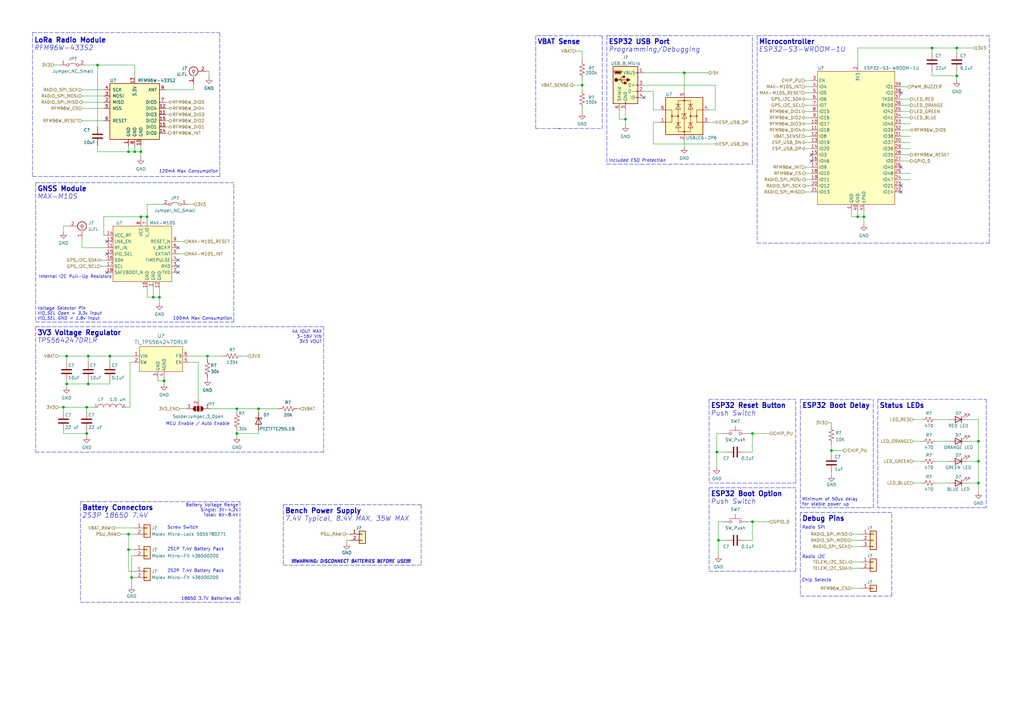
<source format=kicad_sch>
(kicad_sch (version 20211123) (generator eeschema)
  (paper "A3")
  (junction (at 392.43 19.685))
  (junction (at 65.405 121.92))
  (junction (at 280.67 29.845))
  (junction (at 52.705 62.23))
  (junction (at 256.54 48.895))
  (junction (at 308.61 213.995))
  (junction (at 351.79 88.9))
  (junction (at 35.56 167.005))
  (junction (at 53.975 236.855))
  (junction (at 67.31 156.21))
  (junction (at 52.705 225.425))
  (junction (at 55.245 62.23))
  (junction (at 57.785 88.9))
  (junction (at 401.32 180.975))
  (junction (at 26.035 167.005))
  (junction (at 97.155 167.64))
  (junction (at 401.32 198.12))
  (junction (at 60.325 88.9))
  (junction (at 308.61 177.8))
  (junction (at 340.995 184.785))
  (junction (at 382.27 19.685))
  (junction (at -161.29 285.115))
  (junction (at 35.56 177.8))
  (junction (at 62.865 121.92))
  (junction (at 106.045 167.64))
  (junction (at 36.195 146.05))
  (junction (at 36.195 157.48))
  (junction (at 27.305 146.05))
  (junction (at 52.705 219.075))
  (junction (at 97.155 177.8))
  (junction (at 57.785 62.23))
  (junction (at 40.005 26.67))
  (junction (at 401.32 189.23))
  (junction (at 45.085 146.05))
  (junction (at 238.76 34.925))
  (junction (at 85.09 146.05))
  (junction (at 27.305 157.48))
  (junction (at 392.43 31.115))
  (junction (at 294.005 185.42))
  (junction (at 294.64 221.615))
  (junction (at 354.33 88.9))
  (junction (at -138.43 270.51))
  (no_connect (at 43.815 111.76))
  (no_connect (at 369.57 68.58))
  (no_connect (at 73.025 109.22))
  (no_connect (at 369.57 38.1))
  (no_connect (at 369.57 76.2))
  (no_connect (at 332.74 66.04))
  (no_connect (at 332.74 63.5))
  (no_connect (at 369.57 78.74))
  (no_connect (at 43.815 99.06))
  (no_connect (at 264.16 40.005))
  (no_connect (at 43.815 104.14))
  (no_connect (at 73.025 106.68))
  (no_connect (at 73.025 101.6))
  (no_connect (at 73.025 111.76))
  (polyline (pts (xy 290.83 200.025) (xy 326.39 200.025)))
  (polyline (pts (xy 14.605 133.985) (xy 132.715 133.985)))
  (polyline (pts (xy 14.605 74.93) (xy 14.605 132.08)))
  (polyline (pts (xy 365.76 210.185) (xy 328.295 210.185)))
  (wire (pts (xy 65.405 121.92) (xy 65.405 124.46)))
  (wire (pts (xy 374.65 198.12) (xy 378.46 198.12)))
  (wire (pts (xy 85.09 146.05) (xy 85.09 147.32)))
  (wire (pts (xy -151.13 270.51) (xy -138.43 270.51)))
  (wire (pts (xy 36.195 146.05) (xy 45.085 146.05)))
  (wire (pts (xy 296.545 177.8) (xy 294.005 177.8)))
  (wire (pts (xy 401.32 172.085) (xy 401.32 180.975)))
  (polyline (pts (xy 365.76 244.475) (xy 365.76 210.185)))
  (wire (pts (xy 290.83 50.165) (xy 293.37 50.165)))
  (wire (pts (xy 374.65 172.085) (xy 378.46 172.085)))
  (polyline (pts (xy 360.045 163.83) (xy 404.495 163.83)))
  (polyline (pts (xy 219.71 14.605) (xy 219.71 52.705)))
  (wire (pts (xy 85.725 31.75) (xy 85.725 29.21)))
  (wire (pts (xy 340.995 184.785) (xy 340.995 186.055)))
  (wire (pts (xy 85.09 146.05) (xy 91.44 146.05)))
  (wire (pts (xy 40.005 59.69) (xy 40.005 62.23)))
  (wire (pts (xy 35.56 168.91) (xy 35.56 167.005)))
  (wire (pts (xy 270.51 45.085) (xy 267.97 45.085)))
  (wire (pts (xy 294.64 221.615) (xy 294.64 227.965)))
  (wire (pts (xy 280.67 29.845) (xy 290.83 29.845)))
  (wire (pts (xy 330.2 45.72) (xy 332.74 45.72)))
  (wire (pts (xy 382.27 31.115) (xy 392.43 31.115)))
  (polyline (pts (xy 33.02 205.74) (xy 98.425 205.74)))
  (wire (pts (xy 60.325 121.92) (xy 62.865 121.92)))
  (wire (pts (xy 294.005 185.42) (xy 297.815 185.42)))
  (wire (pts (xy 53.34 167.005) (xy 51.435 167.005)))
  (wire (pts (xy 67.945 54.61) (xy 69.215 54.61)))
  (polyline (pts (xy 310.515 14.605) (xy 310.515 99.695)))
  (wire (pts (xy 374.65 180.975) (xy 378.46 180.975)))
  (wire (pts (xy 53.34 148.59) (xy 54.61 148.59)))
  (wire (pts (xy 35.56 179.07) (xy 35.56 177.8)))
  (wire (pts (xy 106.045 168.91) (xy 106.045 167.64)))
  (wire (pts (xy 349.25 230.505) (xy 353.06 230.505)))
  (wire (pts (xy 369.57 53.34) (xy 373.38 53.34)))
  (wire (pts (xy 67.945 36.83) (xy 79.375 36.83)))
  (wire (pts (xy 26.035 92.71) (xy 28.575 92.71)))
  (wire (pts (xy 238.76 34.925) (xy 238.76 36.83)))
  (wire (pts (xy 40.005 26.67) (xy 55.245 26.67)))
  (wire (pts (xy -148.59 266.065) (xy -148.59 275.59)))
  (wire (pts (xy 26.035 167.005) (xy 35.56 167.005)))
  (wire (pts (xy 396.875 189.23) (xy 401.32 189.23)))
  (wire (pts (xy 106.045 177.8) (xy 97.155 177.8)))
  (wire (pts (xy 53.975 227.965) (xy 55.245 227.965)))
  (wire (pts (xy 85.09 155.575) (xy 85.09 154.94)))
  (wire (pts (xy 382.27 29.21) (xy 382.27 31.115)))
  (wire (pts (xy 294.64 213.995) (xy 294.64 221.615)))
  (wire (pts (xy 52.705 62.23) (xy 55.245 62.23)))
  (wire (pts (xy 280.67 57.785) (xy 280.67 60.325)))
  (wire (pts (xy -175.895 275.59) (xy -171.45 275.59)))
  (wire (pts (xy 349.25 241.3) (xy 353.06 241.3)))
  (polyline (pts (xy 404.495 163.83) (xy 404.495 208.28)))
  (wire (pts (xy 392.43 19.685) (xy 392.43 21.59)))
  (wire (pts (xy 24.13 167.005) (xy 26.035 167.005)))
  (wire (pts (xy 41.275 109.22) (xy 43.815 109.22)))
  (polyline (pts (xy 328.295 163.83) (xy 328.295 208.28)))
  (wire (pts (xy 97.155 168.91) (xy 97.155 167.64)))
  (wire (pts (xy 33.655 39.37) (xy 42.545 39.37)))
  (wire (pts (xy 330.2 48.26) (xy 332.74 48.26)))
  (polyline (pts (xy 290.83 163.83) (xy 326.39 163.83)))
  (polyline (pts (xy 290.83 163.83) (xy 290.83 198.12)))
  (wire (pts (xy 308.61 213.995) (xy 315.595 213.995)))
  (wire (pts (xy 392.43 31.115) (xy 392.43 29.21)))
  (wire (pts (xy 351.79 19.685) (xy 382.27 19.685)))
  (wire (pts (xy 57.785 88.9) (xy 60.325 88.9)))
  (wire (pts (xy 22.225 26.67) (xy 24.765 26.67)))
  (wire (pts (xy 26.035 176.53) (xy 26.035 177.8)))
  (wire (pts (xy 330.2 73.66) (xy 332.74 73.66)))
  (polyline (pts (xy 360.045 163.83) (xy 360.045 208.28)))
  (wire (pts (xy 340.995 173.355) (xy 340.995 174.625)))
  (wire (pts (xy 53.975 236.855) (xy 53.975 227.965)))
  (wire (pts (xy 234.95 34.925) (xy 238.76 34.925)))
  (wire (pts (xy 121.92 167.64) (xy 123.19 167.64)))
  (wire (pts (xy 33.655 101.6) (xy 43.815 101.6)))
  (wire (pts (xy 67.945 46.99) (xy 69.215 46.99)))
  (polyline (pts (xy 172.72 207.01) (xy 172.72 231.775)))
  (polyline (pts (xy 247.015 52.705) (xy 247.015 14.605)))
  (wire (pts (xy 53.34 148.59) (xy 53.34 167.005)))
  (wire (pts (xy 396.875 198.12) (xy 401.32 198.12)))
  (polyline (pts (xy 172.72 231.775) (xy 116.205 231.775)))
  (polyline (pts (xy 13.335 13.335) (xy 90.17 13.335)))
  (wire (pts (xy 332.74 33.02) (xy 330.2 33.02)))
  (wire (pts (xy 62.865 118.11) (xy 62.865 121.92)))
  (polyline (pts (xy 219.71 52.705) (xy 229.87 52.705)))
  (wire (pts (xy 26.035 95.25) (xy 26.035 92.71)))
  (wire (pts (xy 65.405 121.92) (xy 62.865 121.92)))
  (wire (pts (xy 60.325 83.82) (xy 60.325 88.9)))
  (wire (pts (xy 26.035 168.91) (xy 26.035 167.005)))
  (polyline (pts (xy 328.295 210.185) (xy 328.295 244.475)))
  (polyline (pts (xy 326.39 234.315) (xy 326.39 200.025)))
  (wire (pts (xy 141.605 219.075) (xy 143.51 219.075)))
  (wire (pts (xy 267.97 50.165) (xy 267.97 59.055)))
  (polyline (pts (xy 308.61 67.31) (xy 308.61 14.605)))
  (polyline (pts (xy 33.02 205.74) (xy 33.02 247.015)))
  (polyline (pts (xy 358.14 208.28) (xy 358.14 163.83)))
  (wire (pts (xy 374.65 189.23) (xy 378.46 189.23)))
  (wire (pts (xy 36.195 157.48) (xy 45.085 157.48)))
  (wire (pts (xy 33.655 49.53) (xy 42.545 49.53)))
  (wire (pts (xy -161.29 265.43) (xy -161.29 257.81)))
  (wire (pts (xy 308.61 185.42) (xy 308.61 177.8)))
  (polyline (pts (xy 228.6 52.705) (xy 247.015 52.705)))
  (wire (pts (xy 349.25 224.155) (xy 353.06 224.155)))
  (wire (pts (xy 330.2 76.2) (xy 332.74 76.2)))
  (wire (pts (xy 392.43 31.115) (xy 392.43 33.02)))
  (wire (pts (xy 264.16 37.465) (xy 267.97 37.465)))
  (wire (pts (xy 60.325 118.11) (xy 60.325 121.92)))
  (wire (pts (xy 340.995 193.675) (xy 340.995 194.945)))
  (wire (pts (xy 33.655 97.79) (xy 33.655 101.6)))
  (wire (pts (xy 81.28 148.59) (xy 81.28 163.83)))
  (polyline (pts (xy 14.605 74.93) (xy 95.885 74.93)))
  (wire (pts (xy 36.195 146.05) (xy 36.195 148.59)))
  (wire (pts (xy 97.155 177.8) (xy 97.155 176.53)))
  (wire (pts (xy 45.085 148.59) (xy 45.085 146.05)))
  (polyline (pts (xy 290.83 200.025) (xy 290.83 234.315)))
  (wire (pts (xy 308.61 221.615) (xy 308.61 213.995)))
  (wire (pts (xy 256.54 48.895) (xy 256.54 51.435)))
  (wire (pts (xy 349.25 233.045) (xy 353.06 233.045)))
  (wire (pts (xy 296.545 213.995) (xy 294.64 213.995)))
  (wire (pts (xy 330.2 71.12) (xy 332.74 71.12)))
  (wire (pts (xy 42.545 96.52) (xy 43.815 96.52)))
  (wire (pts (xy 142.24 221.615) (xy 143.51 221.615)))
  (wire (pts (xy -138.43 278.765) (xy -138.43 280.67)))
  (polyline (pts (xy 14.605 132.08) (xy 95.885 132.08)))
  (wire (pts (xy 293.37 34.925) (xy 293.37 45.085)))
  (polyline (pts (xy 328.295 244.475) (xy 365.76 244.475)))
  (wire (pts (xy 67.31 156.21) (xy 67.31 157.48)))
  (wire (pts (xy 41.275 106.68) (xy 43.815 106.68)))
  (wire (pts (xy 238.76 44.45) (xy 238.76 46.355)))
  (wire (pts (xy 142.24 221.615) (xy 142.24 222.885)))
  (wire (pts (xy 351.79 19.685) (xy 351.79 26.67)))
  (wire (pts (xy 383.54 189.23) (xy 389.255 189.23)))
  (wire (pts (xy 53.975 236.855) (xy 55.245 236.855)))
  (polyline (pts (xy 95.885 132.08) (xy 95.885 74.93)))
  (polyline (pts (xy 247.015 14.605) (xy 219.71 14.605)))
  (wire (pts (xy 99.06 146.05) (xy 101.6 146.05)))
  (wire (pts (xy 64.77 154.94) (xy 64.77 156.21)))
  (wire (pts (xy 306.705 177.8) (xy 308.61 177.8)))
  (polyline (pts (xy 310.515 14.605) (xy 405.765 14.605)))
  (wire (pts (xy 27.305 157.48) (xy 36.195 157.48)))
  (wire (pts (xy 27.305 146.05) (xy 36.195 146.05)))
  (wire (pts (xy 24.13 146.05) (xy 27.305 146.05)))
  (wire (pts (xy 45.085 156.21) (xy 45.085 157.48)))
  (wire (pts (xy 49.53 219.075) (xy 52.705 219.075)))
  (wire (pts (xy 349.25 221.615) (xy 353.06 221.615)))
  (wire (pts (xy -161.29 257.81) (xy -159.385 257.81)))
  (wire (pts (xy 330.2 60.96) (xy 332.74 60.96)))
  (wire (pts (xy 383.54 198.12) (xy 389.255 198.12)))
  (wire (pts (xy 294.005 185.42) (xy 294.005 191.77)))
  (wire (pts (xy 46.99 216.535) (xy 55.245 216.535)))
  (wire (pts (xy 369.57 43.18) (xy 373.38 43.18)))
  (polyline (pts (xy 290.83 198.12) (xy 326.39 198.12)))
  (polyline (pts (xy 132.715 133.985) (xy 132.715 185.42)))
  (wire (pts (xy 45.085 146.05) (xy 54.61 146.05)))
  (wire (pts (xy 369.57 63.5) (xy 373.38 63.5)))
  (wire (pts (xy 305.435 221.615) (xy 308.61 221.615)))
  (wire (pts (xy 33.655 36.83) (xy 42.545 36.83)))
  (wire (pts (xy 27.305 148.59) (xy 27.305 146.05)))
  (wire (pts (xy 60.325 88.9) (xy 60.325 90.17)))
  (wire (pts (xy 330.2 40.64) (xy 332.74 40.64)))
  (wire (pts (xy 267.97 59.055) (xy 293.37 59.055)))
  (wire (pts (xy 330.2 43.18) (xy 332.74 43.18)))
  (wire (pts (xy 85.725 29.21) (xy 84.455 29.21)))
  (polyline (pts (xy 14.605 133.985) (xy 14.605 185.42)))
  (wire (pts (xy 254 48.895) (xy 256.54 48.895)))
  (polyline (pts (xy 404.495 208.28) (xy 360.045 208.28)))
  (wire (pts (xy 330.2 50.8) (xy 332.74 50.8)))
  (wire (pts (xy 97.155 177.8) (xy 97.155 179.07)))
  (polyline (pts (xy 90.17 72.39) (xy 90.17 13.335)))
  (wire (pts (xy 67.945 41.91) (xy 69.215 41.91)))
  (wire (pts (xy 401.32 189.23) (xy 401.32 198.12)))
  (wire (pts (xy 369.57 55.88) (xy 373.38 55.88)))
  (polyline (pts (xy 116.205 207.01) (xy 172.72 207.01)))
  (wire (pts (xy 349.25 219.075) (xy 353.06 219.075)))
  (wire (pts (xy 97.155 167.64) (xy 106.045 167.64)))
  (wire (pts (xy 27.305 156.21) (xy 27.305 157.48)))
  (wire (pts (xy -175.895 283.845) (xy -175.895 285.115)))
  (wire (pts (xy 382.27 19.685) (xy 392.43 19.685)))
  (wire (pts (xy 256.54 48.895) (xy 256.54 45.085)))
  (wire (pts (xy 238.76 32.385) (xy 238.76 34.925)))
  (wire (pts (xy 305.435 185.42) (xy 308.61 185.42)))
  (wire (pts (xy 106.045 176.53) (xy 106.045 177.8)))
  (wire (pts (xy 55.245 219.075) (xy 52.705 219.075)))
  (wire (pts (xy 264.16 29.845) (xy 280.67 29.845)))
  (wire (pts (xy 35.56 167.005) (xy 38.735 167.005)))
  (wire (pts (xy 26.035 177.8) (xy 35.56 177.8)))
  (wire (pts (xy 369.57 40.64) (xy 373.38 40.64)))
  (wire (pts (xy 330.2 78.74) (xy 332.74 78.74)))
  (wire (pts (xy 57.785 62.23) (xy 57.785 59.69)))
  (wire (pts (xy 77.47 148.59) (xy 81.28 148.59)))
  (polyline (pts (xy 405.765 99.695) (xy 405.765 14.605)))
  (wire (pts (xy 340.995 184.785) (xy 346.075 184.785)))
  (polyline (pts (xy 310.515 99.695) (xy 405.765 99.695)))
  (wire (pts (xy 369.57 35.56) (xy 372.11 35.56)))
  (wire (pts (xy -148.59 257.81) (xy -151.765 257.81)))
  (wire (pts (xy 52.705 219.075) (xy 52.705 225.425)))
  (wire (pts (xy 267.97 45.085) (xy 267.97 37.465)))
  (wire (pts (xy 396.875 180.975) (xy 401.32 180.975)))
  (wire (pts (xy 369.57 66.04) (xy 373.38 66.04)))
  (wire (pts (xy 55.245 26.67) (xy 55.245 31.75)))
  (wire (pts (xy 280.67 29.845) (xy 280.67 37.465)))
  (wire (pts (xy 67.945 52.07) (xy 69.215 52.07)))
  (wire (pts (xy 66.675 83.82) (xy 60.325 83.82)))
  (wire (pts (xy 354.33 88.9) (xy 354.33 92.075)))
  (wire (pts (xy 330.2 35.56) (xy 332.74 35.56)))
  (wire (pts (xy 67.945 49.53) (xy 69.215 49.53)))
  (wire (pts (xy 64.77 156.21) (xy 67.31 156.21)))
  (wire (pts (xy 264.16 34.925) (xy 293.37 34.925)))
  (polyline (pts (xy 248.92 14.605) (xy 308.61 14.605)))
  (polyline (pts (xy 248.92 67.31) (xy 308.61 67.31)))
  (polyline (pts (xy 13.335 72.39) (xy 90.17 72.39)))
  (wire (pts (xy 55.245 59.69) (xy 55.245 62.23)))
  (wire (pts (xy 340.995 182.245) (xy 340.995 184.785)))
  (wire (pts (xy 79.375 83.82) (xy 76.835 83.82)))
  (wire (pts (xy 306.705 213.995) (xy 308.61 213.995)))
  (wire (pts (xy 106.045 167.64) (xy 114.3 167.64)))
  (wire (pts (xy 354.33 88.9) (xy 354.33 86.36)))
  (wire (pts (xy 383.54 172.085) (xy 389.255 172.085)))
  (wire (pts (xy 349.25 88.9) (xy 351.79 88.9)))
  (wire (pts (xy 330.2 53.34) (xy 332.74 53.34)))
  (wire (pts (xy 33.655 44.45) (xy 42.545 44.45)))
  (wire (pts (xy 254 45.085) (xy 254 48.895)))
  (wire (pts (xy -161.29 280.67) (xy -161.29 285.115)))
  (wire (pts (xy 52.705 234.315) (xy 55.245 234.315)))
  (wire (pts (xy 77.47 146.05) (xy 85.09 146.05)))
  (wire (pts (xy 401.32 198.12) (xy 401.32 201.93)))
  (wire (pts (xy 73.66 167.64) (xy 76.2 167.64)))
  (wire (pts (xy -148.59 258.445) (xy -148.59 257.81)))
  (wire (pts (xy 35.56 176.53) (xy 35.56 177.8)))
  (wire (pts (xy 308.61 177.8) (xy 315.595 177.8)))
  (polyline (pts (xy 248.92 14.605) (xy 248.92 67.31)))
  (wire (pts (xy -138.43 270.51) (xy -138.43 271.145)))
  (wire (pts (xy 86.36 167.64) (xy 97.155 167.64)))
  (wire (pts (xy 40.005 62.23) (xy 52.705 62.23)))
  (wire (pts (xy -175.895 285.115) (xy -161.29 285.115)))
  (wire (pts (xy -151.13 275.59) (xy -148.59 275.59)))
  (wire (pts (xy 369.57 48.26) (xy 373.38 48.26)))
  (wire (pts (xy 67.945 44.45) (xy 69.215 44.45)))
  (wire (pts (xy 27.305 157.48) (xy 27.305 158.75)))
  (wire (pts (xy 34.925 26.67) (xy 40.005 26.67)))
  (wire (pts (xy 52.705 59.69) (xy 52.705 62.23)))
  (wire (pts (xy 349.25 86.36) (xy 349.25 88.9)))
  (wire (pts (xy 79.375 36.83) (xy 79.375 34.29)))
  (wire (pts (xy 330.2 68.58) (xy 332.74 68.58)))
  (wire (pts (xy 40.005 26.67) (xy 40.005 52.07)))
  (polyline (pts (xy 290.83 234.315) (xy 326.39 234.315)))
  (polyline (pts (xy 308.61 31.115) (xy 308.61 31.115)))
  (wire (pts (xy 396.875 172.085) (xy 401.32 172.085)))
  (wire (pts (xy 330.2 58.42) (xy 332.74 58.42)))
  (polyline (pts (xy 13.335 13.335) (xy 13.335 72.39)))
  (wire (pts (xy 294.005 177.8) (xy 294.005 185.42)))
  (wire (pts (xy 57.785 62.23) (xy 57.785 64.77)))
  (wire (pts (xy 65.405 118.11) (xy 65.405 121.92)))
  (wire (pts (xy 392.43 19.685) (xy 399.415 19.685)))
  (wire (pts (xy 73.025 99.06) (xy 75.565 99.06)))
  (wire (pts (xy -175.895 276.225) (xy -175.895 275.59)))
  (wire (pts (xy 267.97 50.165) (xy 270.51 50.165)))
  (wire (pts (xy 238.76 24.765) (xy 238.76 20.955)))
  (wire (pts (xy 33.655 41.91) (xy 42.545 41.91)))
  (wire (pts (xy 67.31 156.21) (xy 67.31 154.94)))
  (wire (pts (xy 369.57 58.42) (xy 373.38 58.42)))
  (wire (pts (xy 294.64 221.615) (xy 297.815 221.615)))
  (polyline (pts (xy 98.425 205.74) (xy 98.425 247.015)))
  (wire (pts (xy 330.2 55.88) (xy 332.74 55.88)))
  (polyline (pts (xy 98.425 247.015) (xy 33.02 247.015)))
  (wire (pts (xy 42.545 96.52) (xy 42.545 88.9)))
  (wire (pts (xy 351.79 86.36) (xy 351.79 88.9)))
  (wire (pts (xy 73.025 104.14) (xy 75.565 104.14)))
  (polyline (pts (xy 116.205 207.01) (xy 116.205 231.775)))
  (wire (pts (xy 57.785 90.17) (xy 57.785 88.9)))
  (wire (pts (xy 339.725 173.355) (xy 340.995 173.355)))
  (wire (pts (xy 401.32 180.975) (xy 401.32 189.23)))
  (wire (pts (xy -138.43 266.7) (xy -138.43 270.51)))
  (wire (pts (xy -161.29 285.115) (xy -161.29 286.385)))
  (polyline (pts (xy 328.295 163.83) (xy 358.14 163.83)))
  (wire (pts (xy 369.57 45.72) (xy 373.38 45.72)))
  (wire (pts (xy 293.37 45.085) (xy 290.83 45.085)))
  (polyline (pts (xy 326.39 198.12) (xy 326.39 163.83)))
  (wire (pts (xy 369.57 71.12) (xy 373.38 71.12)))
  (wire (pts (xy 55.245 62.23) (xy 57.785 62.23)))
  (wire (pts (xy 42.545 88.9) (xy 57.785 88.9)))
  (polyline (pts (xy 132.715 185.42) (xy 14.605 185.42)))
  (wire (pts (xy 369.57 73.66) (xy 373.38 73.66)))
  (wire (pts (xy 52.705 225.425) (xy 52.705 234.315)))
  (wire (pts (xy 369.57 50.8) (xy 373.38 50.8)))
  (wire (pts (xy 382.27 19.685) (xy 382.27 21.59)))
  (wire (pts (xy 383.54 180.975) (xy 389.255 180.975)))
  (polyline (pts (xy 328.295 208.28) (xy 358.14 208.28)))
  (wire (pts (xy 238.76 20.955) (xy 236.22 20.955)))
  (wire (pts (xy 330.2 38.1) (xy 332.74 38.1)))
  (wire (pts (xy 36.195 156.21) (xy 36.195 157.48)))
  (wire (pts (xy 369.57 60.96) (xy 373.38 60.96)))
  (wire (pts (xy 52.705 225.425) (xy 55.245 225.425)))
  (wire (pts (xy 351.79 88.9) (xy 354.33 88.9)))
  (wire (pts (xy 53.975 240.665) (xy 53.975 236.855)))
  (text "Microcontroller" (at 311.15 18.415 0) (effects (font (size 2 2) (thickness 0.4) bold) (justify left bottom)))
  (text "GNSS Module" (at 15.24 78.74 0) (effects (font (size 2 2) (thickness 0.4) bold) (justify left bottom)))
  (text "ESP32 Reset Button" (at 291.465 167.64 0) (effects (font (size 2 2) (thickness 0.4) bold) (justify left bottom)))
  (text "Radio SPI" (at 338.455 217.17 180) (effects (font (size 1.27 1.27) italic) (justify right bottom)))
  (text "Bench Power Supply" (at 116.84 210.82 0) (effects (font (size 2 2) (thickness 0.4) bold) (justify left bottom)))
  (text "Radio I2C" (at 338.455 229.235 180) (effects (font (size 1.27 1.27) italic) (justify right bottom)))
  (text " 120mA Max Consumption" (at 64.135 71.12 0) (effects (font (size 1.27 1.27) italic) (justify left bottom)))
  (text "Included ESD Protection" (at 249.555 66.675 0) (effects (font (size 1.27 1.27) italic) (justify left bottom)))
  (text "Push Switch" (at 291.465 207.01 0) (effects (font (size 2 2) italic) (justify left bottom)))
  (text "Battery Voltage Range\nSingle: 3V-4.2V\nTotal: 6V-8.4V" (at 97.79 212.09 0) (effects (font (size 1.27 1.27)) (justify right bottom)))
  (text "2S3P 18650 7.4V" (at 33.655 212.725 0) (effects (font (size 2 2) italic) (justify left bottom)))
  (text "VBAT Sense" (at 220.345 18.415 0) (effects (font (size 2 2) (thickness 0.4) bold) (justify left bottom)))
  (text "2S1P 7.4V Battery Pack" (at 68.58 226.06 0) (effects (font (size 1.27 1.27)) (justify left bottom)))
  (text "RFM96W-433S2" (at 13.97 20.955 0) (effects (font (size 2 2) italic) (justify left bottom)))
  (text "ESP32 Boot Delay" (at 328.93 167.64 0) (effects (font (size 2 2) (thickness 0.4) bold) (justify left bottom)))
  (text "Screw Switch" (at 68.58 217.17 0) (effects (font (size 1.27 1.27)) (justify left bottom)))
  (text "Minimum of 50us delay\nfor stable power up\n" (at 328.93 207.645 0) (effects (font (size 1.27 1.27)) (justify left bottom)))
  (text "LoRa Radio Module" (at 13.97 17.78 0) (effects (font (size 2 2) (thickness 0.4) bold) (justify left bottom)))
  (text "ESP32-S3-WROOM-1U" (at 311.15 21.59 0) (effects (font (size 2 2) italic) (justify left bottom)))
  (text "ESP32 Boot Option" (at 291.465 203.835 0) (effects (font (size 2 2) (thickness 0.4) bold) (justify left bottom)))
  (text "TPS564247DRLR" (at 15.24 140.97 0) (effects (font (size 2 2) italic) (justify left bottom)))
  (text "Battery Connectors" (at 33.655 209.55 0) (effects (font (size 2 2) (thickness 0.4) bold) (justify left bottom)))
  (text "Programming/Debugging" (at 249.555 21.59 0) (effects (font (size 2 2) italic) (justify left bottom)))
  (text "!!!WARNING: DISCONNECT BATTERIES BEFORE USE!!!" (at 119.38 231.14 0) (effects (font (size 1.27 1.27) (thickness 0.254) bold italic) (justify left bottom)))
  (text "18650 3.7V Batteries x6" (at 74.295 246.38 0) (effects (font (size 1.27 1.27)) (justify left bottom)))
  (text "Chip Selects" (at 340.995 238.76 180) (effects (font (size 1.27 1.27) italic) (justify right bottom)))
  (text "3V3 Voltage Regulator" (at 15.24 137.795 0) (effects (font (size 2 2) (thickness 0.4) bold) (justify left bottom)))
  (text "Internal I2C Pull-Up Resistors " (at 15.875 114.3 0) (effects (font (size 1.27 1.27)) (justify left bottom)))
  (text "Push Switch" (at 291.465 170.815 0) (effects (font (size 2 2) italic) (justify left bottom)))
  (text "Status LEDs" (at 360.68 167.64 0) (effects (font (size 2 2) (thickness 0.4) bold) (justify left bottom)))
  (text "MCU Enable / Auto Enable" (at 67.945 174.625 0) (effects (font (size 1.27 1.27) italic) (justify left bottom)))
  (text "4A IOUT MAX\n3-16V VIN\n3V3 VOUT" (at 132.08 140.97 180) (effects (font (size 1.27 1.27)) (justify right bottom)))
  (text " 100mA Max Consumption" (at 69.85 131.445 0) (effects (font (size 1.27 1.27) italic) (justify left bottom)))
  (text "ESP32 USB Port" (at 249.555 18.415 0) (effects (font (size 2 2) (thickness 0.4) bold) (justify left bottom)))
  (text "Voltage Selector Pin\nVIO_SEL Open = 3.3v input\nVIO_SEL GND = 1.8v input" (at 15.24 131.445 0) (effects (font (size 1.27 1.27) italic) (justify left bottom)))
  (text "Debug Pins" (at 328.93 213.995 0) (effects (font (size 2 2) (thickness 0.4) bold) (justify left bottom)))
  (text "MAX-M10S" (at 15.24 81.915 0) (effects (font (size 2 2) italic) (justify left bottom)))
  (text "7.4V Typical, 8.4V MAX, 35W MAX" (at 116.84 213.995 0) (effects (font (size 2 2) italic) (justify left bottom)))
  (text "2S2P 7.4V Battery Pack" (at 68.58 234.95 0) (effects (font (size 1.27 1.27)) (justify left bottom)))
  (hierarchical_label "RFM96W_DIO2" (shape bidirectional) (at 69.215 49.53 0))
  (hierarchical_label "RADIO_SPI_MISO" (shape output) (at 33.655 41.91 180))
  (hierarchical_label "RADIO_SPI_MISO" (shape input) (at 330.2 78.74 180))
  (hierarchical_label "RFM96W_DIO1" (shape bidirectional) (at 330.2 45.72 180))
  (hierarchical_label "RADIO_SPI_MISO" (shape output) (at 349.25 219.075 180))
  (hierarchical_label "LED_GREEN" (shape output) (at 373.38 45.72 0))
  (hierarchical_label "MAX-M10S_RESET" (shape input) (at 75.565 99.06 0))
  (hierarchical_label "3V3_EN" (shape input) (at 73.66 167.64 180))
  (hierarchical_label "LED_RED" (shape input) (at 374.65 172.085 180))
  (hierarchical_label "RFM96W_RESET" (shape input) (at 33.655 49.53 180))
  (hierarchical_label "VBAT" (shape input) (at 24.13 146.05 180))
  (hierarchical_label "PSU_RAW" (shape input) (at 49.53 219.075 180))
  (hierarchical_label "RFM96W_DIO2" (shape bidirectional) (at 330.2 48.26 180))
  (hierarchical_label "3V3" (shape input) (at 339.725 173.355 180))
  (hierarchical_label "RFM96W_INT" (shape output) (at 69.215 54.61 0))
  (hierarchical_label "GPS_I2C_SCL" (shape input) (at 330.2 43.18 180))
  (hierarchical_label "RFM96W_DIO1" (shape bidirectional) (at 69.215 52.07 0))
  (hierarchical_label "3V3" (shape input) (at 24.13 167.005 180))
  (hierarchical_label "RADIO_SPI_SCK" (shape input) (at 33.655 36.83 180))
  (hierarchical_label "GPIO_0" (shape output) (at 373.38 66.04 0))
  (hierarchical_label "VBAT" (shape input) (at 123.19 167.64 0))
  (hierarchical_label "LED_RED" (shape output) (at 373.38 40.64 0))
  (hierarchical_label "3V3" (shape input) (at 79.375 83.82 0))
  (hierarchical_label "RFM96W_DIO4" (shape bidirectional) (at 69.215 44.45 0))
  (hierarchical_label "LED_BLUE" (shape output) (at 373.38 48.26 0))
  (hierarchical_label "VBAT_RAW" (shape output) (at 46.99 216.535 180))
  (hierarchical_label "GPS_I2C_SCL" (shape input) (at 41.275 109.22 180))
  (hierarchical_label "CHIP_PU" (shape output) (at 346.075 184.785 0))
  (hierarchical_label "RFM96W_INT" (shape input) (at 330.2 68.58 180))
  (hierarchical_label "3V3" (shape input) (at 399.415 19.685 0))
  (hierarchical_label "LED_GREEN" (shape input) (at 374.65 189.23 180))
  (hierarchical_label "ESP_USB_DP" (shape bidirectional) (at 330.2 60.96 180))
  (hierarchical_label "MAX-M10S_RESET" (shape input) (at 330.2 38.1 180))
  (hierarchical_label "RFM96W_DIO4" (shape bidirectional) (at 330.2 53.34 180))
  (hierarchical_label "RADIO_SPI_SCK" (shape input) (at 349.25 224.155 180))
  (hierarchical_label "LED_ORANGE" (shape output) (at 373.38 43.18 0))
  (hierarchical_label "GPS_I2C_SDA" (shape bidirectional) (at 41.275 106.68 180))
  (hierarchical_label "PWM_BUZZER" (shape input) (at 372.11 35.56 0))
  (hierarchical_label "VBAT_SENSE" (shape output) (at 234.95 34.925 180))
  (hierarchical_label "RFM96W_DIO5" (shape bidirectional) (at 69.215 41.91 0))
  (hierarchical_label "RADIO_SPI_SCK" (shape output) (at 330.2 76.2 180))
  (hierarchical_label "VBAT_SENSE" (shape input) (at 330.2 55.88 180))
  (hierarchical_label "LED_BLUE" (shape input) (at 374.65 198.12 180))
  (hierarchical_label "TELEM_I2C_SCL" (shape output) (at 349.25 230.505 180))
  (hierarchical_label "RADIO_SPI_MOSI" (shape input) (at 33.655 39.37 180))
  (hierarchical_label "RFM96W_DIO5" (shape bidirectional) (at 373.38 53.34 0))
  (hierarchical_label "LED_ORANGE" (shape input) (at 374.65 180.975 180))
  (hierarchical_label "RFM96W_CS" (shape input) (at 33.655 44.45 180))
  (hierarchical_label "VBAT" (shape input) (at 236.22 20.955 180))
  (hierarchical_label "ESP_USB_DN" (shape bidirectional) (at 330.2 58.42 180))
  (hierarchical_label "PSU_RAW" (shape output) (at 141.605 219.075 180))
  (hierarchical_label "RADIO_SPI_MOSI" (shape input) (at 349.25 221.615 180))
  (hierarchical_label "RFM96W_RESET" (shape output) (at 373.38 63.5 0))
  (hierarchical_label "RFM96W_CS" (shape output) (at 330.2 71.12 180))
  (hierarchical_label "CHIP_PU" (shape input) (at 315.595 177.8 0))
  (hierarchical_label "TELEM_I2C_SDA" (shape bidirectional) (at 349.25 233.045 180))
  (hierarchical_label "RFM96W_DIO3" (shape bidirectional) (at 69.215 46.99 0))
  (hierarchical_label "RFM96W_DIO3" (shape bidirectional) (at 330.2 50.8 180))
  (hierarchical_label "ESP_USB_DP" (shape bidirectional) (at 293.37 50.165 0))
  (hierarchical_label "GPS_I2C_SDA" (shape bidirectional) (at 330.2 40.64 180))
  (hierarchical_label "MAX-M10S_INT" (shape input) (at 75.565 104.14 0))
  (hierarchical_label "RADIO_SPI_MOSI" (shape output) (at 330.2 73.66 180))
  (hierarchical_label "3V3" (shape input) (at 22.225 26.67 180))
  (hierarchical_label "3V3" (shape input) (at 101.6 146.05 0))
  (hierarchical_label "5V" (shape output) (at 290.83 29.845 0))
  (hierarchical_label "GPIO_0" (shape input) (at 315.595 213.995 0))
  (hierarchical_label "MAX-M10S_INT" (shape input) (at 330.2 35.56 180))
  (hierarchical_label "RFM96W_CS" (shape input) (at 349.25 241.3 180))
  (hierarchical_label "ESP_USB_DN" (shape bidirectional) (at 293.37 59.055 0))
  (hierarchical_label "CHIP_PU" (shape input) (at 330.2 33.02 180))
  (symbol (lib_id "Device:C") (at 301.625 185.42 90) (unit 1)
    (property "Reference" "C?" (at 297.815 187.96 90))
    (property "Value" "0.1uF" (at 306.705 187.96 90))
    (property "Footprint" "Capacitor_SMD:C_0805_2012Metric" (effects hide))
  )
  (symbol (lib_id "Device:C") (at -138.43 274.955 0) (unit 1)
    (property "Reference" "C?" (at -135.509 274.0465 0) (effects (justify left)))
    (property "Value" "10uF" (at -135.509 276.8216 0) (effects (justify left)))
  )
  (symbol (lib_id "Device:LED") (at 393.065 180.975 180) (unit 1)
    (property "Reference" "D?" (at 393.065 178.435 0))
    (property "Value" "ORANGE LED" (at 393.065 183.515 0))
    (property "Footprint" "LED_SMD:LED_0805_2012Metric" (effects hide))
  )
  (symbol (lib_id "Device:C") (at 382.27 25.4 0) (unit 1)
    (property "Reference" "C?" (at 383.54 22.86 0) (effects (justify left)))
    (property "Value" "22uF" (at 383.54 27.94 0) (effects (justify left)))
    (property "Footprint" "Capacitor_SMD:C_0805_2012Metric" (effects hide))
  )
  (symbol (lib_id "Device:C") (at 36.195 152.4 0) (unit 1)
    (property "Reference" "C?" (at 36.83 149.86 0) (effects (justify left)))
    (property "Value" "10uF" (at 36.83 154.94 0) (effects (justify left)))
    (property "Footprint" "Capacitor_SMD:C_0805_2012Metric" (effects hide))
  )
  (symbol (lib_id "power:GND") (at 392.43 33.02 0) (unit 1)
    (property "Reference" "#PWR?" (effects hide))
    (property "Value" "GND" (at 392.43 37.5825 0))
  )
  (symbol (lib_id "power:GND") (at 280.67 60.325 0) (unit 1)
    (property "Reference" "#PWR?" (effects hide))
    (property "Value" "GND" (at 280.67 64.8875 0))
  )
  (symbol (lib_id "Device:C") (at 26.035 172.72 0) (unit 1)
    (property "Reference" "C?" (at 26.67 170.18 0) (effects (justify left)))
    (property "Value" "22 uF" (at 26.67 175.26 0) (effects (justify left)))
    (property "Footprint" "Capacitor_SMD:C_0805_2012Metric" (effects hide))
  )
  (symbol (lib_id "power:GND") (at 142.24 222.885 0) (unit 1)
    (property "Reference" "#PWR?" (effects hide))
    (property "Value" "GND" (at 142.24 226.695 0))
  )
  (symbol (lib_id "Device:R_Small_US") (at 381 180.975 90) (unit 1)
    (property "Reference" "R?" (at 381 178.435 90))
    (property "Value" "470" (at 381 183.515 90))
    (property "Footprint" "Resistor_SMD:R_0805_2012Metric" (effects hide))
  )
  (symbol (lib_id "Device:R_US") (at -175.895 280.035 0) (unit 1)
    (property "Reference" "R?" (at -180.34 278.13 0) (effects (justify left)))
    (property "Value" "1K" (at -180.34 281.305 0) (effects (justify left)))
  )
  (symbol (lib_id "Connector_Generic:Conn_01x03") (at 358.14 221.615 0) (unit 1)
    (property "Reference" "J?" (at 355.6 216.535 0) (effects (justify left)))
    (property "Value" "Conn_01x03" (effects hide))
    (property "Footprint" "Connector_PinHeader_2.54mm:PinHeader_1x03_P2.54mm_Vertical" (effects hide))
  )
  (symbol (lib_id "Switch:SW_Push") (at 301.625 213.995 0) (unit 1)
    (property "Reference" "SW?" (at 301.625 208.915 0))
    (property "Value" "SW_Push" (at 301.625 216.535 0))
    (property "Footprint" "Button_Switch_SMD:SW_SPST_FSMSM" (effects hide))
    (property "Datasheet" "https://www.te.com/commerce/DocumentDelivery/DDEController?Action=srchrtrv&DocNm=1437566-3&DocType=Customer+Drawing&DocLang=English" (effects hide))
  )
  (symbol (lib_id "Regulator_Texas:TI_TPS564247DRLR") (at 66.04 148.59 0) (unit 1)
    (property "Reference" "U?" (at 66.04 137.795 0) (effects (font (size 1.524 1.524))))
    (property "Value" "TI_TPS564247DRLR" (at 66.04 140.335 0) (effects (font (size 1.524 1.524))))
    (property "Footprint" "Package_TO_SOT_SMD:SOT-563" (effects hide))
    (property "Datasheet" "www.ti.com/lit/ds/symlink/tps564247.pdf" (effects hide))
  )
  (symbol (lib_id "Device:C") (at 301.625 221.615 90) (unit 1)
    (property "Reference" "C?" (at 297.815 224.155 90))
    (property "Value" "0.1uF" (at 306.705 224.155 90))
    (property "Footprint" "Capacitor_SMD:C_0805_2012Metric" (effects hide))
  )
  (symbol (lib_id "power:GND") (at 67.31 157.48 0) (unit 1)
    (property "Reference" "#PWR?" (effects hide))
    (property "Value" "GND" (at 67.31 161.925 0))
  )
  (symbol (lib_id "RF_GPS_uBlox:MAX-M10S") (at 59.055 104.14 0) (unit 1)
    (property "Reference" "U?" (at 48.895 91.44 0))
    (property "Value" "MAX-M10S" (at 66.675 91.44 0))
    (property "Footprint" "RF_GPS:ublox_MAX" (effects hide))
    (property "Datasheet" "https://content.u-blox.com/sites/default/files/MAX-M10S_DataSheet_UBX-20035208.pdf" (effects hide))
  )
  (symbol (lib_id "Connector_Generic:Conn_01x02") (at 60.325 216.535 0) (unit 1)
    (property "Reference" "J?" (at 62.23 216.535 0) (effects (justify left)))
    (property "Value" "Molex Micro-Lock 5055780271" (at 62.23 219.075 0) (effects (justify left)))
    (property "Footprint" "Connector_Molex:Molex_CLIK-Mate_502494-0270_1x02-1MP_P2.00mm_Horizontal" (effects hide))
    (property "Datasheet" "https://www.molex.com/molex/products/part-detail/pcb_headers/5055780271" (effects hide))
  )
  (symbol (lib_id "power:GND") (at 85.725 31.75 0) (mirror y) (unit 1)
    (property "Reference" "#PWR?" (effects hide))
    (property "Value" "GND" (at 85.725 36.195 0))
  )
  (symbol (lib_id "Connector_Generic:Conn_01x01") (at 358.14 241.3 0) (unit 1)
    (property "Reference" "J?" (at 355.6 238.76 0) (effects (justify left)))
    (property "Value" "Conn_01x05" (effects hide))
    (property "Footprint" "Connector_PinHeader_2.54mm:PinHeader_1x01_P2.54mm_Vertical" (effects hide))
  )
  (symbol (lib_id "Device:R_US") (at 238.76 28.575 0) (unit 1)
    (property "Reference" "R?" (at 242.57 27.94 0))
    (property "Value" "200k" (at 242.57 29.845 0))
    (property "Footprint" "Resistor_SMD:R_0805_2012Metric" (effects hide))
  )
  (symbol (lib_id "Battery_Management:MCP73831-2-OT") (at -161.29 273.05 0) (unit 1)
    (property "Reference" "U?" (at -168.91 266.7 0) (effects (justify left)))
    (property "Value" "MCP73831-2-OT" (at -160.02 279.4 0) (effects (justify left)))
    (property "Footprint" "Package_TO_SOT_SMD:SOT-23-5" (effects hide))
    (property "Datasheet" "http://ww1.microchip.com/downloads/en/DeviceDoc/20001984g.pdf" (effects hide))
  )
  (symbol (lib_id "Connector:Conn_Coaxial") (at 33.655 92.71 270) (mirror x) (unit 1)
    (property "Reference" "J?" (at 36.195 91.44 90) (effects (justify left)))
    (property "Value" "U.FL" (at 36.195 93.98 90) (effects (justify left)))
    (property "Footprint" "Connector_Coaxial:U.FL_Molex_MCRF_73412-0110_Vertical" (effects hide))
    (property "Datasheet" "https://www.molex.com/pdm_docs/sd/734120114_sd.pdf" (effects hide))
  )
  (symbol (lib_id "Device:R_US") (at -148.59 262.255 0) (unit 1)
    (property "Reference" "R?" (at -146.685 260.985 0) (effects (justify left)))
    (property "Value" "1K" (at -146.685 263.525 0) (effects (justify left)))
  )
  (symbol (lib_id "power:GND") (at 35.56 179.07 0) (unit 1)
    (property "Reference" "#PWR?" (effects hide))
    (property "Value" "GND" (at 35.56 183.515 0))
  )
  (symbol (lib_id "power:GND") (at 53.975 240.665 0) (unit 1)
    (property "Reference" "#PWR?" (effects hide))
    (property "Value" "GND" (at 53.975 244.475 0))
  )
  (symbol (lib_id "power:+BATT") (at -138.43 266.7 0) (unit 1)
    (property "Reference" "#PWR?" (effects hide))
    (property "Value" "+BATT" (at -138.43 263.0955 0))
  )
  (symbol (lib_id "Device:LED") (at 393.065 189.23 180) (unit 1)
    (property "Reference" "D?" (at 393.065 186.69 0))
    (property "Value" "GREEN LED" (at 393.065 191.77 0))
    (property "Footprint" "LED_SMD:LED_0805_2012Metric" (effects hide))
  )
  (symbol (lib_id "power:GND") (at 85.09 155.575 0) (unit 1)
    (property "Reference" "#PWR?" (effects hide))
    (property "Value" "GND" (at 85.09 160.02 0))
  )
  (symbol (lib_id "Device:C") (at 392.43 25.4 0) (unit 1)
    (property "Reference" "C?" (at 393.7 22.86 0) (effects (justify left)))
    (property "Value" "0.1uF" (at 393.7 27.94 0) (effects (justify left)))
    (property "Footprint" "Capacitor_SMD:C_0805_2012Metric" (effects hide))
  )
  (symbol (lib_id "power:GND") (at 294.64 227.965 0) (unit 1)
    (property "Reference" "#PWR?" (effects hide))
    (property "Value" "GND" (at 294.64 232.5275 0))
  )
  (symbol (lib_id "power:GND") (at 401.32 201.93 0) (unit 1)
    (property "Reference" "#PWR?" (effects hide))
    (property "Value" "GND" (at 401.32 206.375 0))
  )
  (symbol (lib_id "Connector_Generic:Conn_01x02") (at 358.14 230.505 0) (unit 1)
    (property "Reference" "J?" (at 355.6 227.965 0) (effects (justify left)))
    (property "Value" "Conn_01x02" (effects hide))
    (property "Footprint" "Connector_PinHeader_2.54mm:PinHeader_1x02_P2.54mm_Vertical" (effects hide))
  )
  (symbol (lib_id "Device:LED") (at 393.065 198.12 180) (unit 1)
    (property "Reference" "D?" (at 393.065 195.58 0))
    (property "Value" "BLUE LED" (at 393.065 200.66 0))
    (property "Footprint" "LED_SMD:LED_0805_2012Metric" (effects hide))
  )
  (symbol (lib_id "Device:LED") (at -155.575 257.81 180) (unit 1)
    (property "Reference" "D?" (at -155.575 254.635 0))
    (property "Value" "Orange" (at -155.575 260.35 0))
  )
  (symbol (lib_id "Switch:SW_Push") (at 301.625 177.8 0) (unit 1)
    (property "Reference" "SW?" (at 301.625 172.72 0))
    (property "Value" "SW_Push" (at 301.625 180.34 0))
    (property "Footprint" "Button_Switch_SMD:SW_SPST_FSMSM" (effects hide))
    (property "Datasheet" "https://www.te.com/commerce/DocumentDelivery/DDEController?Action=srchrtrv&DocNm=1437566-3&DocType=Customer+Drawing&DocLang=English" (effects hide))
  )
  (symbol (lib_id "Device:R_US") (at 85.09 151.13 0) (unit 1)
    (property "Reference" "R?" (at 86.36 149.86 0) (effects (justify left)))
    (property "Value" "30k" (at 86.36 152.4 0) (effects (justify left)))
    (property "Footprint" "Resistor_SMD:R_0805_2012Metric" (effects hide))
  )
  (symbol (lib_id "Jumper:Jumper_2_Bridged") (at 71.755 83.82 0) (mirror y) (unit 1)
    (property "Reference" "JP?" (at 71.755 81.28 0))
    (property "Value" "Jumper_NC_Small" (at 71.755 86.36 0))
    (property "Footprint" "Jumper:SolderJumper-2_P1.3mm_Bridged_RoundedPad1.0x1.5mm" (effects hide))
  )
  (symbol (lib_id "power:GND") (at 26.035 95.25 0) (unit 1)
    (property "Reference" "#PWR?" (effects hide))
    (property "Value" "GND" (at 26.035 99.695 0))
  )
  (symbol (lib_id "Device:LED") (at 393.065 172.085 180) (unit 1)
    (property "Reference" "D?" (at 393.065 169.545 0))
    (property "Value" "RED LED" (at 393.065 174.625 0))
    (property "Footprint" "LED_SMD:LED_0805_2012Metric" (effects hide))
  )
  (symbol (lib_id "Device:Battery_Cell") (at -197.485 276.225 0) (unit 1)
    (property "Reference" "BT?" (at -194.564 273.2845 0) (effects (justify left)))
    (property "Value" "18650" (at -194.564 276.0596 0) (effects (justify left)))
    (property "Footprint" "Battery:BatteryHolder_Keystone_1042_1x18650" (effects hide))
    (property "Datasheet" "https://www.keyelco.com/userAssets/file/M65p27.pdf" (effects hide))
  )
  (symbol (lib_id "power:GND") (at 294.005 191.77 0) (unit 1)
    (property "Reference" "#PWR?" (effects hide))
    (property "Value" "GND" (at 294.005 196.3325 0))
  )
  (symbol (lib_id "Device:R_US") (at 340.995 178.435 180) (unit 1)
    (property "Reference" "R?" (at 342.646 177.5265 0) (effects (justify right)))
    (property "Value" "10K" (at 342.646 180.3016 0) (effects (justify right)))
    (property "Footprint" "Resistor_SMD:R_0805_2012Metric" (effects hide))
  )
  (symbol (lib_id "RF_Module:RFM96W-433S2") (at 55.245 44.45 0) (unit 1)
    (property "Reference" "U?" (at 45.085 33.02 0) (effects (justify left)))
    (property "Value" "RFM96W-433S2" (at 56.515 33.02 0) (effects (justify left)))
    (property "Footprint" "RF_Module:HOPERF_RFM9XW_SMD" (effects hide))
    (property "Datasheet" "https://www.hoperf.com/data/upload/portal/20181127/5bfcc0ac60235.pdf" (effects hide))
  )
  (symbol (lib_id "Device:C") (at 45.085 152.4 0) (unit 1)
    (property "Reference" "C?" (at 45.72 149.86 0) (effects (justify left)))
    (property "Value" "0.1uF" (at 45.72 154.94 0) (effects (justify left)))
    (property "Footprint" "Capacitor_SMD:C_0805_2012Metric" (effects hide))
  )
  (symbol (lib_id "Device:D_Zener") (at 106.045 172.72 270) (unit 1)
    (property "Reference" "D?" (at 109.22 170.18 90))
    (property "Value" " PTZTFTE255.1B" (at 113.665 175.895 90))
    (property "Footprint" "Diode_SMD:D_SMF" (effects hide))
    (property "Datasheet" "https://fscdn.rohm.com/en/products/databook/datasheet/discrete/diode/zener/ptztfte255.1b-e.pdf" (effects hide))
  )
  (symbol (lib_id "Device:C") (at 27.305 152.4 0) (unit 1)
    (property "Reference" "C?" (at 27.94 149.86 0) (effects (justify left)))
    (property "Value" "10uF" (at 27.94 154.94 0) (effects (justify left)))
    (property "Footprint" "Capacitor_SMD:C_0805_2012Metric" (effects hide))
  )
  (symbol (lib_id "power:GND") (at 256.54 51.435 0) (unit 1)
    (property "Reference" "#PWR?" (effects hide))
    (property "Value" "GND" (at 256.54 55.9975 0))
  )
  (symbol (lib_id "power:GND") (at -138.43 280.67 0) (unit 1)
    (property "Reference" "#PWR?" (effects hide))
    (property "Value" "GND" (at -138.43 284.48 0))
  )
  (symbol (lib_id "power:GND") (at -161.29 286.385 0) (unit 1)
    (property "Reference" "#PWR?" (effects hide))
    (property "Value" "GND" (at -161.29 290.195 0))
  )
  (symbol (lib_id "Jumper:SolderJumper_3_Open") (at 81.28 167.64 180) (unit 1)
    (property "Reference" "JP?" (at 86.36 165.735 0))
    (property "Value" "SolderJumper_3_Open" (at 81.28 170.815 0))
    (property "Footprint" "Jumper:SolderJumper-3_P1.3mm_Open_RoundedPad1.0x1.5mm" (effects hide))
  )
  (symbol (lib_id "Connector_Generic:Conn_01x02") (at 60.325 225.425 0) (unit 1)
    (property "Reference" "J?" (at 62.23 225.425 0) (effects (justify left)))
    (property "Value" "Molex Micro-Fit 436500200" (at 62.23 227.965 0) (effects (justify left)))
    (property "Footprint" "Connector_Molex:Molex_Micro-Fit_3.0_43650-0200_1x02_P3.00mm_Horizontal" (effects hide))
    (property "Datasheet" "https://www.molex.com/molex/products/part-detail/pcb_headers/0436500200" (effects hide))
  )
  (symbol (lib_id "Device:C") (at 35.56 172.72 0) (unit 1)
    (property "Reference" "C?" (at 36.195 170.18 0) (effects (justify left)))
    (property "Value" "22 uF" (at 36.195 175.26 0) (effects (justify left)))
    (property "Footprint" "Capacitor_SMD:C_0805_2012Metric" (effects hide))
  )
  (symbol (lib_id "D24V50F5:C") (at 40.005 55.88 0) (unit 1)
    (property "Reference" "C?" (at 34.29 53.34 0) (effects (justify left)))
    (property "Value" "10uF" (at 34.29 58.42 0) (effects (justify left)))
    (property "Footprint" "Capacitor_SMD:C_0805_2012Metric" (effects hide))
  )
  (symbol (lib_id "power:GND") (at 354.33 92.075 0) (unit 1)
    (property "Reference" "#PWR?" (effects hide))
    (property "Value" "GND" (at 354.33 96.6375 0))
  )
  (symbol (lib_id "Power_Protection:USBLC6-2P6") (at 280.67 47.625 0) (unit 1)
    (property "Reference" "U?" (at 273.05 38.735 0) (effects (justify left)))
    (property "Value" "USBLC6-2P6" (at 281.305 56.515 0) (effects (justify left)))
    (property "Footprint" "Package_TO_SOT_SMD:SOT-666" (effects hide))
    (property "Datasheet" "https://www.st.com/resource/en/datasheet/usblc6-2.pdf" (effects hide))
  )
  (symbol (lib_id "Device:C") (at 340.995 189.865 0) (unit 1)
    (property "Reference" "C?" (at 342.265 187.325 0) (effects (justify left)))
    (property "Value" "1uF" (at 342.265 192.405 0) (effects (justify left)))
    (property "Footprint" "Capacitor_SMD:C_0805_2012Metric" (effects hide))
  )
  (symbol (lib_id "Connector_Generic:Conn_01x02") (at 60.325 234.315 0) (unit 1)
    (property "Reference" "J?" (at 62.23 234.315 0) (effects (justify left)))
    (property "Value" "Molex Micro-Fit 436500200" (at 62.23 236.855 0) (effects (justify left)))
    (property "Footprint" "Connector_Molex:Molex_Micro-Fit_3.0_43650-0200_1x02_P3.00mm_Horizontal" (effects hide))
    (property "Datasheet" "https://www.molex.com/molex/products/part-detail/pcb_headers/0436500200" (effects hide))
  )
  (symbol (lib_id "Jumper:Jumper_2_Bridged") (at 29.845 26.67 0) (unit 1)
    (property "Reference" "JP?" (at 29.845 24.13 0))
    (property "Value" "Jumper_NC_Small" (at 29.845 29.21 0))
    (property "Footprint" "Jumper:SolderJumper-2_P1.3mm_Bridged_RoundedPad1.0x1.5mm" (effects hide))
  )
  (symbol (lib_id "Connector_Generic:Conn_01x02") (at 148.59 219.075 0) (unit 1)
    (property "Reference" "J?" (at 146.05 216.535 0) (effects (justify left)))
    (property "Value" "Conn_01x02" (effects hide))
    (property "Footprint" "Connector_PinHeader_2.54mm:PinHeader_1x02_P2.54mm_Vertical" (effects hide))
  )
  (symbol (lib_id "Connector:Conn_Coaxial") (at 79.375 29.21 90) (unit 1)
    (property "Reference" "J?" (at 76.835 27.94 90) (effects (justify left)))
    (property "Value" "U.FL" (at 76.835 30.48 90) (effects (justify left)))
    (property "Footprint" "Connector_Coaxial:U.FL_Molex_MCRF_73412-0110_Vertical" (effects hide))
    (property "Datasheet" "https://www.molex.com/pdm_docs/sd/734120114_sd.pdf" (effects hide))
  )
  (symbol (lib_id "power:GND") (at 65.405 124.46 0) (unit 1)
    (property "Reference" "#PWR?" (effects hide))
    (property "Value" "GND" (at 65.405 128.905 0))
  )
  (symbol (lib_id "Connector:USB_B_Micro") (at 256.54 34.925 0) (unit 1)
    (property "Reference" "J?" (at 256.54 23.495 0))
    (property "Value" "USB_B_Micro" (at 256.54 26.035 0))
    (property "Footprint" "Connector_USB:USB_Micro-B_Molex_47346-0001" (effects hide))
    (property "Datasheet" "https://www.molex.com/webdocs/datasheets/pdf/en-us/0473460001_IO_CONNECTORS.pdf" (effects hide))
  )
  (symbol (lib_id "power:GND") (at 57.785 64.77 0) (unit 1)
    (property "Reference" "#PWR?" (effects hide))
    (property "Value" "GND" (at 57.785 69.3325 0))
  )
  (symbol (lib_id "Device:R_Small_US") (at 381 198.12 90) (unit 1)
    (property "Reference" "R?" (at 381 195.58 90))
    (property "Value" "470" (at 381 200.66 90))
    (property "Footprint" "Resistor_SMD:R_0805_2012Metric" (effects hide))
  )
  (symbol (lib_id "Device:R_US") (at 118.11 167.64 90) (unit 1)
    (property "Reference" "R?" (at 118.11 165.1 90))
    (property "Value" "20k" (at 118.11 170.18 90))
    (property "Footprint" "Resistor_SMD:R_0805_2012Metric" (effects hide))
  )
  (symbol (lib_id "pspice:INDUCTOR") (at 45.085 167.005 0) (unit 1)
    (property "Reference" "L?" (at 41.275 163.83 0))
    (property "Value" "1.5 uH" (at 48.26 163.83 0))
    (property "Footprint" "Inductor_WE_MAPI:1.5_74438356015" (effects hide))
    (property "Datasheet" "https://www.digikey.com/en/products/detail/w%C3%BCrth-elektronik/74438356015/5725345" (effects hide))
  )
  (symbol (lib_id "MCU_ESP32:ESP32-S3-WROOM-1U") (at 351.79 57.15 0) (unit 1)
    (property "Reference" "U?" (at 335.28 27.94 0) (effects (justify left)))
    (property "Value" "ESP32-S3-WROOM-1U" (at 354.33 27.94 0) (effects (justify left)))
    (property "Footprint" "MCU_ESP32:ESP32-S3-WROOM-1U" (effects hide))
    (property "Datasheet" "https://www.espressif.com/sites/default/files/documentation/esp32-s3-wroom-1_wroom-1u_datasheet_en.pdf" (effects hide))
  )
  (symbol (lib_id "Device:R_US") (at 97.155 172.72 0) (unit 1)
    (property "Reference" "R?" (at 97.79 169.545 0) (effects (justify left)))
    (property "Value" "30k" (at 97.79 175.895 0) (effects (justify left)))
    (property "Footprint" "Resistor_SMD:R_0805_2012Metric" (effects hide))
  )
  (symbol (lib_id "power:GND") (at 97.155 179.07 0) (unit 1)
    (property "Reference" "#PWR?" (effects hide))
    (property "Value" "GND" (at 97.155 183.515 0))
  )
  (symbol (lib_id "Device:R_Small_US") (at 381 189.23 90) (unit 1)
    (property "Reference" "R?" (at 381 186.69 90))
    (property "Value" "470" (at 381 191.77 90))
    (property "Footprint" "Resistor_SMD:R_0805_2012Metric" (effects hide))
  )
  (symbol (lib_id "Device:R_Small_US") (at 381 172.085 90) (unit 1)
    (property "Reference" "R?" (at 381 169.545 90))
    (property "Value" "470" (at 381 174.625 90))
    (property "Footprint" "Resistor_SMD:R_0805_2012Metric" (effects hide))
  )
  (symbol (lib_id "Device:R_US") (at 238.76 40.64 0) (unit 1)
    (property "Reference" "R?" (at 242.57 40.005 0))
    (property "Value" "100k" (at 242.57 41.91 0))
    (property "Footprint" "Resistor_SMD:R_0805_2012Metric" (effects hide))
  )
  (symbol (lib_id "power:GND") (at 27.305 158.75 0) (unit 1)
    (property "Reference" "#PWR?" (effects hide))
    (property "Value" "GND" (at 27.305 163.195 0))
  )
  (symbol (lib_id "power:GND") (at 340.995 194.945 0) (unit 1)
    (property "Reference" "#PWR?" (effects hide))
    (property "Value" "GND" (at 340.995 198.755 0))
  )
  (symbol (lib_id "Device:R_US") (at 95.25 146.05 90) (unit 1)
    (property "Reference" "R?" (at 95.25 143.51 90))
    (property "Value" "135k" (at 95.25 148.59 90))
    (property "Footprint" "Resistor_SMD:R_0805_2012Metric" (effects hide))
  )
  (symbol (lib_id "power:GND") (at 238.76 46.355 0) (unit 1)
    (property "Reference" "#PWR?" (effects hide))
    (property "Value" "GND" (at 238.76 50.8 0))
  )
)
</source>
